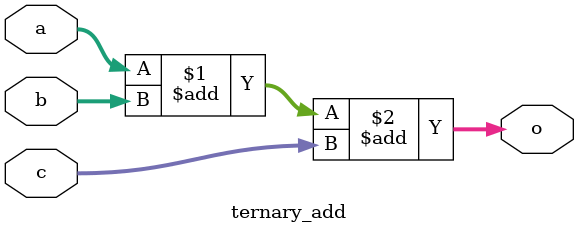
<source format=v>
module ternary_add (a,b,c,o);
parameter WIDTH=8;
parameter SIGN_EXT = 1'b0;
input [WIDTH-1:0] a,b,c;
output [WIDTH+1:0] o;
wire [WIDTH+1:0] o;
generate 
if (!SIGN_EXT)
	assign o = a+b+c;
else
	assign o = {a[WIDTH-1],a[WIDTH-1],a} +
			   {b[WIDTH-1],b[WIDTH-1],b} +
			   {c[WIDTH-1],c[WIDTH-1],c};
endgenerate
endmodule
</source>
